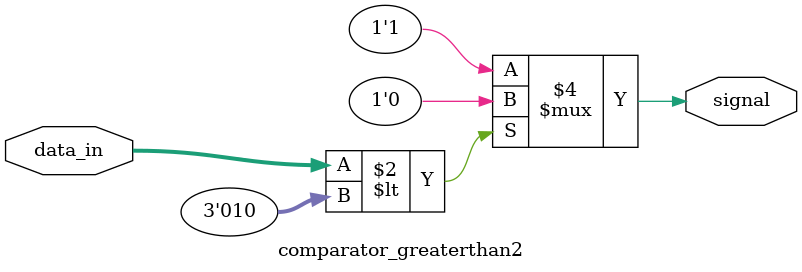
<source format=v>

module comparator_greaterthan2(data_in, signal);

	input [2:0] data_in;
	output reg signal;
	
	always@(*)
	begin
		if(data_in < 3'b010)
		begin
			signal = 1'b0;
		end
		else signal = 1'b1;
	end
	
endmodule
</source>
